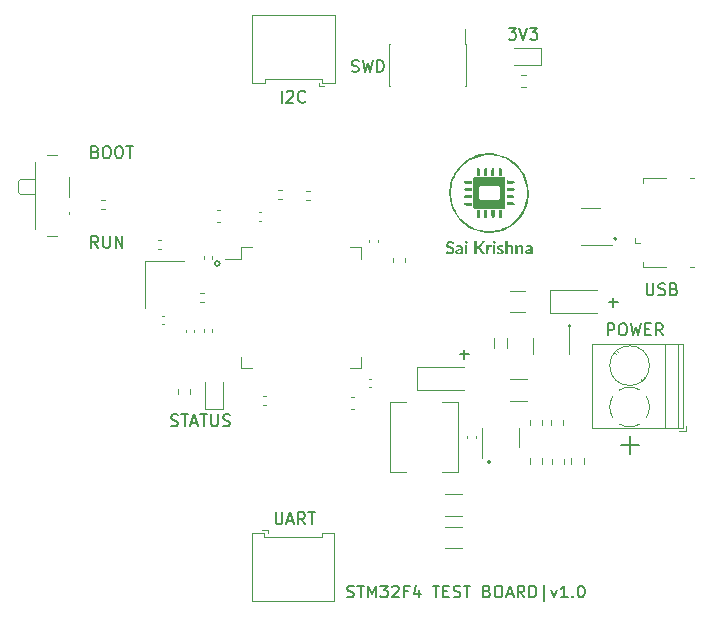
<source format=gbr>
%TF.GenerationSoftware,KiCad,Pcbnew,7.0.2*%
%TF.CreationDate,2023-06-03T12:41:16+05:30*%
%TF.ProjectId,STM32F4 based PCB,53544d33-3246-4342-9062-617365642050,rev?*%
%TF.SameCoordinates,Original*%
%TF.FileFunction,Legend,Top*%
%TF.FilePolarity,Positive*%
%FSLAX46Y46*%
G04 Gerber Fmt 4.6, Leading zero omitted, Abs format (unit mm)*
G04 Created by KiCad (PCBNEW 7.0.2) date 2023-06-03 12:41:16*
%MOMM*%
%LPD*%
G01*
G04 APERTURE LIST*
%ADD10C,0.150000*%
%ADD11C,0.120000*%
G04 APERTURE END LIST*
D10*
X114790476Y-100630000D02*
X114933333Y-100677619D01*
X114933333Y-100677619D02*
X115171428Y-100677619D01*
X115171428Y-100677619D02*
X115266666Y-100630000D01*
X115266666Y-100630000D02*
X115314285Y-100582380D01*
X115314285Y-100582380D02*
X115361904Y-100487142D01*
X115361904Y-100487142D02*
X115361904Y-100391904D01*
X115361904Y-100391904D02*
X115314285Y-100296666D01*
X115314285Y-100296666D02*
X115266666Y-100249047D01*
X115266666Y-100249047D02*
X115171428Y-100201428D01*
X115171428Y-100201428D02*
X114980952Y-100153809D01*
X114980952Y-100153809D02*
X114885714Y-100106190D01*
X114885714Y-100106190D02*
X114838095Y-100058571D01*
X114838095Y-100058571D02*
X114790476Y-99963333D01*
X114790476Y-99963333D02*
X114790476Y-99868095D01*
X114790476Y-99868095D02*
X114838095Y-99772857D01*
X114838095Y-99772857D02*
X114885714Y-99725238D01*
X114885714Y-99725238D02*
X114980952Y-99677619D01*
X114980952Y-99677619D02*
X115219047Y-99677619D01*
X115219047Y-99677619D02*
X115361904Y-99725238D01*
X115647619Y-99677619D02*
X116219047Y-99677619D01*
X115933333Y-100677619D02*
X115933333Y-99677619D01*
X116552381Y-100677619D02*
X116552381Y-99677619D01*
X116552381Y-99677619D02*
X116885714Y-100391904D01*
X116885714Y-100391904D02*
X117219047Y-99677619D01*
X117219047Y-99677619D02*
X117219047Y-100677619D01*
X117600000Y-99677619D02*
X118219047Y-99677619D01*
X118219047Y-99677619D02*
X117885714Y-100058571D01*
X117885714Y-100058571D02*
X118028571Y-100058571D01*
X118028571Y-100058571D02*
X118123809Y-100106190D01*
X118123809Y-100106190D02*
X118171428Y-100153809D01*
X118171428Y-100153809D02*
X118219047Y-100249047D01*
X118219047Y-100249047D02*
X118219047Y-100487142D01*
X118219047Y-100487142D02*
X118171428Y-100582380D01*
X118171428Y-100582380D02*
X118123809Y-100630000D01*
X118123809Y-100630000D02*
X118028571Y-100677619D01*
X118028571Y-100677619D02*
X117742857Y-100677619D01*
X117742857Y-100677619D02*
X117647619Y-100630000D01*
X117647619Y-100630000D02*
X117600000Y-100582380D01*
X118600000Y-99772857D02*
X118647619Y-99725238D01*
X118647619Y-99725238D02*
X118742857Y-99677619D01*
X118742857Y-99677619D02*
X118980952Y-99677619D01*
X118980952Y-99677619D02*
X119076190Y-99725238D01*
X119076190Y-99725238D02*
X119123809Y-99772857D01*
X119123809Y-99772857D02*
X119171428Y-99868095D01*
X119171428Y-99868095D02*
X119171428Y-99963333D01*
X119171428Y-99963333D02*
X119123809Y-100106190D01*
X119123809Y-100106190D02*
X118552381Y-100677619D01*
X118552381Y-100677619D02*
X119171428Y-100677619D01*
X119933333Y-100153809D02*
X119600000Y-100153809D01*
X119600000Y-100677619D02*
X119600000Y-99677619D01*
X119600000Y-99677619D02*
X120076190Y-99677619D01*
X120885714Y-100010952D02*
X120885714Y-100677619D01*
X120647619Y-99630000D02*
X120409524Y-100344285D01*
X120409524Y-100344285D02*
X121028571Y-100344285D01*
X122028572Y-99677619D02*
X122600000Y-99677619D01*
X122314286Y-100677619D02*
X122314286Y-99677619D01*
X122933334Y-100153809D02*
X123266667Y-100153809D01*
X123409524Y-100677619D02*
X122933334Y-100677619D01*
X122933334Y-100677619D02*
X122933334Y-99677619D01*
X122933334Y-99677619D02*
X123409524Y-99677619D01*
X123790477Y-100630000D02*
X123933334Y-100677619D01*
X123933334Y-100677619D02*
X124171429Y-100677619D01*
X124171429Y-100677619D02*
X124266667Y-100630000D01*
X124266667Y-100630000D02*
X124314286Y-100582380D01*
X124314286Y-100582380D02*
X124361905Y-100487142D01*
X124361905Y-100487142D02*
X124361905Y-100391904D01*
X124361905Y-100391904D02*
X124314286Y-100296666D01*
X124314286Y-100296666D02*
X124266667Y-100249047D01*
X124266667Y-100249047D02*
X124171429Y-100201428D01*
X124171429Y-100201428D02*
X123980953Y-100153809D01*
X123980953Y-100153809D02*
X123885715Y-100106190D01*
X123885715Y-100106190D02*
X123838096Y-100058571D01*
X123838096Y-100058571D02*
X123790477Y-99963333D01*
X123790477Y-99963333D02*
X123790477Y-99868095D01*
X123790477Y-99868095D02*
X123838096Y-99772857D01*
X123838096Y-99772857D02*
X123885715Y-99725238D01*
X123885715Y-99725238D02*
X123980953Y-99677619D01*
X123980953Y-99677619D02*
X124219048Y-99677619D01*
X124219048Y-99677619D02*
X124361905Y-99725238D01*
X124647620Y-99677619D02*
X125219048Y-99677619D01*
X124933334Y-100677619D02*
X124933334Y-99677619D01*
X126647620Y-100153809D02*
X126790477Y-100201428D01*
X126790477Y-100201428D02*
X126838096Y-100249047D01*
X126838096Y-100249047D02*
X126885715Y-100344285D01*
X126885715Y-100344285D02*
X126885715Y-100487142D01*
X126885715Y-100487142D02*
X126838096Y-100582380D01*
X126838096Y-100582380D02*
X126790477Y-100630000D01*
X126790477Y-100630000D02*
X126695239Y-100677619D01*
X126695239Y-100677619D02*
X126314287Y-100677619D01*
X126314287Y-100677619D02*
X126314287Y-99677619D01*
X126314287Y-99677619D02*
X126647620Y-99677619D01*
X126647620Y-99677619D02*
X126742858Y-99725238D01*
X126742858Y-99725238D02*
X126790477Y-99772857D01*
X126790477Y-99772857D02*
X126838096Y-99868095D01*
X126838096Y-99868095D02*
X126838096Y-99963333D01*
X126838096Y-99963333D02*
X126790477Y-100058571D01*
X126790477Y-100058571D02*
X126742858Y-100106190D01*
X126742858Y-100106190D02*
X126647620Y-100153809D01*
X126647620Y-100153809D02*
X126314287Y-100153809D01*
X127504763Y-99677619D02*
X127695239Y-99677619D01*
X127695239Y-99677619D02*
X127790477Y-99725238D01*
X127790477Y-99725238D02*
X127885715Y-99820476D01*
X127885715Y-99820476D02*
X127933334Y-100010952D01*
X127933334Y-100010952D02*
X127933334Y-100344285D01*
X127933334Y-100344285D02*
X127885715Y-100534761D01*
X127885715Y-100534761D02*
X127790477Y-100630000D01*
X127790477Y-100630000D02*
X127695239Y-100677619D01*
X127695239Y-100677619D02*
X127504763Y-100677619D01*
X127504763Y-100677619D02*
X127409525Y-100630000D01*
X127409525Y-100630000D02*
X127314287Y-100534761D01*
X127314287Y-100534761D02*
X127266668Y-100344285D01*
X127266668Y-100344285D02*
X127266668Y-100010952D01*
X127266668Y-100010952D02*
X127314287Y-99820476D01*
X127314287Y-99820476D02*
X127409525Y-99725238D01*
X127409525Y-99725238D02*
X127504763Y-99677619D01*
X128314287Y-100391904D02*
X128790477Y-100391904D01*
X128219049Y-100677619D02*
X128552382Y-99677619D01*
X128552382Y-99677619D02*
X128885715Y-100677619D01*
X129790477Y-100677619D02*
X129457144Y-100201428D01*
X129219049Y-100677619D02*
X129219049Y-99677619D01*
X129219049Y-99677619D02*
X129600001Y-99677619D01*
X129600001Y-99677619D02*
X129695239Y-99725238D01*
X129695239Y-99725238D02*
X129742858Y-99772857D01*
X129742858Y-99772857D02*
X129790477Y-99868095D01*
X129790477Y-99868095D02*
X129790477Y-100010952D01*
X129790477Y-100010952D02*
X129742858Y-100106190D01*
X129742858Y-100106190D02*
X129695239Y-100153809D01*
X129695239Y-100153809D02*
X129600001Y-100201428D01*
X129600001Y-100201428D02*
X129219049Y-100201428D01*
X130219049Y-100677619D02*
X130219049Y-99677619D01*
X130219049Y-99677619D02*
X130457144Y-99677619D01*
X130457144Y-99677619D02*
X130600001Y-99725238D01*
X130600001Y-99725238D02*
X130695239Y-99820476D01*
X130695239Y-99820476D02*
X130742858Y-99915714D01*
X130742858Y-99915714D02*
X130790477Y-100106190D01*
X130790477Y-100106190D02*
X130790477Y-100249047D01*
X130790477Y-100249047D02*
X130742858Y-100439523D01*
X130742858Y-100439523D02*
X130695239Y-100534761D01*
X130695239Y-100534761D02*
X130600001Y-100630000D01*
X130600001Y-100630000D02*
X130457144Y-100677619D01*
X130457144Y-100677619D02*
X130219049Y-100677619D01*
X131457144Y-101010952D02*
X131457144Y-99582380D01*
X132076192Y-100010952D02*
X132314287Y-100677619D01*
X132314287Y-100677619D02*
X132552382Y-100010952D01*
X133457144Y-100677619D02*
X132885716Y-100677619D01*
X133171430Y-100677619D02*
X133171430Y-99677619D01*
X133171430Y-99677619D02*
X133076192Y-99820476D01*
X133076192Y-99820476D02*
X132980954Y-99915714D01*
X132980954Y-99915714D02*
X132885716Y-99963333D01*
X133885716Y-100582380D02*
X133933335Y-100630000D01*
X133933335Y-100630000D02*
X133885716Y-100677619D01*
X133885716Y-100677619D02*
X133838097Y-100630000D01*
X133838097Y-100630000D02*
X133885716Y-100582380D01*
X133885716Y-100582380D02*
X133885716Y-100677619D01*
X134552382Y-99677619D02*
X134647620Y-99677619D01*
X134647620Y-99677619D02*
X134742858Y-99725238D01*
X134742858Y-99725238D02*
X134790477Y-99772857D01*
X134790477Y-99772857D02*
X134838096Y-99868095D01*
X134838096Y-99868095D02*
X134885715Y-100058571D01*
X134885715Y-100058571D02*
X134885715Y-100296666D01*
X134885715Y-100296666D02*
X134838096Y-100487142D01*
X134838096Y-100487142D02*
X134790477Y-100582380D01*
X134790477Y-100582380D02*
X134742858Y-100630000D01*
X134742858Y-100630000D02*
X134647620Y-100677619D01*
X134647620Y-100677619D02*
X134552382Y-100677619D01*
X134552382Y-100677619D02*
X134457144Y-100630000D01*
X134457144Y-100630000D02*
X134409525Y-100582380D01*
X134409525Y-100582380D02*
X134361906Y-100487142D01*
X134361906Y-100487142D02*
X134314287Y-100296666D01*
X134314287Y-100296666D02*
X134314287Y-100058571D01*
X134314287Y-100058571D02*
X134361906Y-99868095D01*
X134361906Y-99868095D02*
X134409525Y-99772857D01*
X134409525Y-99772857D02*
X134457144Y-99725238D01*
X134457144Y-99725238D02*
X134552382Y-99677619D01*
X93709523Y-71077619D02*
X93376190Y-70601428D01*
X93138095Y-71077619D02*
X93138095Y-70077619D01*
X93138095Y-70077619D02*
X93519047Y-70077619D01*
X93519047Y-70077619D02*
X93614285Y-70125238D01*
X93614285Y-70125238D02*
X93661904Y-70172857D01*
X93661904Y-70172857D02*
X93709523Y-70268095D01*
X93709523Y-70268095D02*
X93709523Y-70410952D01*
X93709523Y-70410952D02*
X93661904Y-70506190D01*
X93661904Y-70506190D02*
X93614285Y-70553809D01*
X93614285Y-70553809D02*
X93519047Y-70601428D01*
X93519047Y-70601428D02*
X93138095Y-70601428D01*
X94138095Y-70077619D02*
X94138095Y-70887142D01*
X94138095Y-70887142D02*
X94185714Y-70982380D01*
X94185714Y-70982380D02*
X94233333Y-71030000D01*
X94233333Y-71030000D02*
X94328571Y-71077619D01*
X94328571Y-71077619D02*
X94519047Y-71077619D01*
X94519047Y-71077619D02*
X94614285Y-71030000D01*
X94614285Y-71030000D02*
X94661904Y-70982380D01*
X94661904Y-70982380D02*
X94709523Y-70887142D01*
X94709523Y-70887142D02*
X94709523Y-70077619D01*
X95185714Y-71077619D02*
X95185714Y-70077619D01*
X95185714Y-70077619D02*
X95757142Y-71077619D01*
X95757142Y-71077619D02*
X95757142Y-70077619D01*
X137976190Y-87793333D02*
X139500000Y-87793333D01*
X138738095Y-88555238D02*
X138738095Y-87031428D01*
X124338095Y-80096666D02*
X125100000Y-80096666D01*
X124719047Y-80477619D02*
X124719047Y-79715714D01*
X136938095Y-75696666D02*
X137700000Y-75696666D01*
X137319047Y-76077619D02*
X137319047Y-75315714D01*
X137600000Y-70300000D02*
G75*
G03*
X137600000Y-70300000I-100000J0D01*
G01*
X133710000Y-77700000D02*
G75*
G03*
X133710000Y-77700000I-100000J0D01*
G01*
X126900000Y-89200000D02*
G75*
G03*
X126900000Y-89200000I-100000J0D01*
G01*
X104000000Y-72400000D02*
G75*
G03*
X104000000Y-72400000I-200000J0D01*
G01*
X115190476Y-56130000D02*
X115333333Y-56177619D01*
X115333333Y-56177619D02*
X115571428Y-56177619D01*
X115571428Y-56177619D02*
X115666666Y-56130000D01*
X115666666Y-56130000D02*
X115714285Y-56082380D01*
X115714285Y-56082380D02*
X115761904Y-55987142D01*
X115761904Y-55987142D02*
X115761904Y-55891904D01*
X115761904Y-55891904D02*
X115714285Y-55796666D01*
X115714285Y-55796666D02*
X115666666Y-55749047D01*
X115666666Y-55749047D02*
X115571428Y-55701428D01*
X115571428Y-55701428D02*
X115380952Y-55653809D01*
X115380952Y-55653809D02*
X115285714Y-55606190D01*
X115285714Y-55606190D02*
X115238095Y-55558571D01*
X115238095Y-55558571D02*
X115190476Y-55463333D01*
X115190476Y-55463333D02*
X115190476Y-55368095D01*
X115190476Y-55368095D02*
X115238095Y-55272857D01*
X115238095Y-55272857D02*
X115285714Y-55225238D01*
X115285714Y-55225238D02*
X115380952Y-55177619D01*
X115380952Y-55177619D02*
X115619047Y-55177619D01*
X115619047Y-55177619D02*
X115761904Y-55225238D01*
X116095238Y-55177619D02*
X116333333Y-56177619D01*
X116333333Y-56177619D02*
X116523809Y-55463333D01*
X116523809Y-55463333D02*
X116714285Y-56177619D01*
X116714285Y-56177619D02*
X116952381Y-55177619D01*
X117333333Y-56177619D02*
X117333333Y-55177619D01*
X117333333Y-55177619D02*
X117571428Y-55177619D01*
X117571428Y-55177619D02*
X117714285Y-55225238D01*
X117714285Y-55225238D02*
X117809523Y-55320476D01*
X117809523Y-55320476D02*
X117857142Y-55415714D01*
X117857142Y-55415714D02*
X117904761Y-55606190D01*
X117904761Y-55606190D02*
X117904761Y-55749047D01*
X117904761Y-55749047D02*
X117857142Y-55939523D01*
X117857142Y-55939523D02*
X117809523Y-56034761D01*
X117809523Y-56034761D02*
X117714285Y-56130000D01*
X117714285Y-56130000D02*
X117571428Y-56177619D01*
X117571428Y-56177619D02*
X117333333Y-56177619D01*
X128455357Y-52446369D02*
X129074404Y-52446369D01*
X129074404Y-52446369D02*
X128741071Y-52827321D01*
X128741071Y-52827321D02*
X128883928Y-52827321D01*
X128883928Y-52827321D02*
X128979166Y-52874940D01*
X128979166Y-52874940D02*
X129026785Y-52922559D01*
X129026785Y-52922559D02*
X129074404Y-53017797D01*
X129074404Y-53017797D02*
X129074404Y-53255892D01*
X129074404Y-53255892D02*
X129026785Y-53351130D01*
X129026785Y-53351130D02*
X128979166Y-53398750D01*
X128979166Y-53398750D02*
X128883928Y-53446369D01*
X128883928Y-53446369D02*
X128598214Y-53446369D01*
X128598214Y-53446369D02*
X128502976Y-53398750D01*
X128502976Y-53398750D02*
X128455357Y-53351130D01*
X129360119Y-52446369D02*
X129693452Y-53446369D01*
X129693452Y-53446369D02*
X130026785Y-52446369D01*
X130264881Y-52446369D02*
X130883928Y-52446369D01*
X130883928Y-52446369D02*
X130550595Y-52827321D01*
X130550595Y-52827321D02*
X130693452Y-52827321D01*
X130693452Y-52827321D02*
X130788690Y-52874940D01*
X130788690Y-52874940D02*
X130836309Y-52922559D01*
X130836309Y-52922559D02*
X130883928Y-53017797D01*
X130883928Y-53017797D02*
X130883928Y-53255892D01*
X130883928Y-53255892D02*
X130836309Y-53351130D01*
X130836309Y-53351130D02*
X130788690Y-53398750D01*
X130788690Y-53398750D02*
X130693452Y-53446369D01*
X130693452Y-53446369D02*
X130407738Y-53446369D01*
X130407738Y-53446369D02*
X130312500Y-53398750D01*
X130312500Y-53398750D02*
X130264881Y-53351130D01*
X99890476Y-86130000D02*
X100033333Y-86177619D01*
X100033333Y-86177619D02*
X100271428Y-86177619D01*
X100271428Y-86177619D02*
X100366666Y-86130000D01*
X100366666Y-86130000D02*
X100414285Y-86082380D01*
X100414285Y-86082380D02*
X100461904Y-85987142D01*
X100461904Y-85987142D02*
X100461904Y-85891904D01*
X100461904Y-85891904D02*
X100414285Y-85796666D01*
X100414285Y-85796666D02*
X100366666Y-85749047D01*
X100366666Y-85749047D02*
X100271428Y-85701428D01*
X100271428Y-85701428D02*
X100080952Y-85653809D01*
X100080952Y-85653809D02*
X99985714Y-85606190D01*
X99985714Y-85606190D02*
X99938095Y-85558571D01*
X99938095Y-85558571D02*
X99890476Y-85463333D01*
X99890476Y-85463333D02*
X99890476Y-85368095D01*
X99890476Y-85368095D02*
X99938095Y-85272857D01*
X99938095Y-85272857D02*
X99985714Y-85225238D01*
X99985714Y-85225238D02*
X100080952Y-85177619D01*
X100080952Y-85177619D02*
X100319047Y-85177619D01*
X100319047Y-85177619D02*
X100461904Y-85225238D01*
X100747619Y-85177619D02*
X101319047Y-85177619D01*
X101033333Y-86177619D02*
X101033333Y-85177619D01*
X101604762Y-85891904D02*
X102080952Y-85891904D01*
X101509524Y-86177619D02*
X101842857Y-85177619D01*
X101842857Y-85177619D02*
X102176190Y-86177619D01*
X102366667Y-85177619D02*
X102938095Y-85177619D01*
X102652381Y-86177619D02*
X102652381Y-85177619D01*
X103271429Y-85177619D02*
X103271429Y-85987142D01*
X103271429Y-85987142D02*
X103319048Y-86082380D01*
X103319048Y-86082380D02*
X103366667Y-86130000D01*
X103366667Y-86130000D02*
X103461905Y-86177619D01*
X103461905Y-86177619D02*
X103652381Y-86177619D01*
X103652381Y-86177619D02*
X103747619Y-86130000D01*
X103747619Y-86130000D02*
X103795238Y-86082380D01*
X103795238Y-86082380D02*
X103842857Y-85987142D01*
X103842857Y-85987142D02*
X103842857Y-85177619D01*
X104271429Y-86130000D02*
X104414286Y-86177619D01*
X104414286Y-86177619D02*
X104652381Y-86177619D01*
X104652381Y-86177619D02*
X104747619Y-86130000D01*
X104747619Y-86130000D02*
X104795238Y-86082380D01*
X104795238Y-86082380D02*
X104842857Y-85987142D01*
X104842857Y-85987142D02*
X104842857Y-85891904D01*
X104842857Y-85891904D02*
X104795238Y-85796666D01*
X104795238Y-85796666D02*
X104747619Y-85749047D01*
X104747619Y-85749047D02*
X104652381Y-85701428D01*
X104652381Y-85701428D02*
X104461905Y-85653809D01*
X104461905Y-85653809D02*
X104366667Y-85606190D01*
X104366667Y-85606190D02*
X104319048Y-85558571D01*
X104319048Y-85558571D02*
X104271429Y-85463333D01*
X104271429Y-85463333D02*
X104271429Y-85368095D01*
X104271429Y-85368095D02*
X104319048Y-85272857D01*
X104319048Y-85272857D02*
X104366667Y-85225238D01*
X104366667Y-85225238D02*
X104461905Y-85177619D01*
X104461905Y-85177619D02*
X104700000Y-85177619D01*
X104700000Y-85177619D02*
X104842857Y-85225238D01*
X93471428Y-62953809D02*
X93614285Y-63001428D01*
X93614285Y-63001428D02*
X93661904Y-63049047D01*
X93661904Y-63049047D02*
X93709523Y-63144285D01*
X93709523Y-63144285D02*
X93709523Y-63287142D01*
X93709523Y-63287142D02*
X93661904Y-63382380D01*
X93661904Y-63382380D02*
X93614285Y-63430000D01*
X93614285Y-63430000D02*
X93519047Y-63477619D01*
X93519047Y-63477619D02*
X93138095Y-63477619D01*
X93138095Y-63477619D02*
X93138095Y-62477619D01*
X93138095Y-62477619D02*
X93471428Y-62477619D01*
X93471428Y-62477619D02*
X93566666Y-62525238D01*
X93566666Y-62525238D02*
X93614285Y-62572857D01*
X93614285Y-62572857D02*
X93661904Y-62668095D01*
X93661904Y-62668095D02*
X93661904Y-62763333D01*
X93661904Y-62763333D02*
X93614285Y-62858571D01*
X93614285Y-62858571D02*
X93566666Y-62906190D01*
X93566666Y-62906190D02*
X93471428Y-62953809D01*
X93471428Y-62953809D02*
X93138095Y-62953809D01*
X94328571Y-62477619D02*
X94519047Y-62477619D01*
X94519047Y-62477619D02*
X94614285Y-62525238D01*
X94614285Y-62525238D02*
X94709523Y-62620476D01*
X94709523Y-62620476D02*
X94757142Y-62810952D01*
X94757142Y-62810952D02*
X94757142Y-63144285D01*
X94757142Y-63144285D02*
X94709523Y-63334761D01*
X94709523Y-63334761D02*
X94614285Y-63430000D01*
X94614285Y-63430000D02*
X94519047Y-63477619D01*
X94519047Y-63477619D02*
X94328571Y-63477619D01*
X94328571Y-63477619D02*
X94233333Y-63430000D01*
X94233333Y-63430000D02*
X94138095Y-63334761D01*
X94138095Y-63334761D02*
X94090476Y-63144285D01*
X94090476Y-63144285D02*
X94090476Y-62810952D01*
X94090476Y-62810952D02*
X94138095Y-62620476D01*
X94138095Y-62620476D02*
X94233333Y-62525238D01*
X94233333Y-62525238D02*
X94328571Y-62477619D01*
X95376190Y-62477619D02*
X95566666Y-62477619D01*
X95566666Y-62477619D02*
X95661904Y-62525238D01*
X95661904Y-62525238D02*
X95757142Y-62620476D01*
X95757142Y-62620476D02*
X95804761Y-62810952D01*
X95804761Y-62810952D02*
X95804761Y-63144285D01*
X95804761Y-63144285D02*
X95757142Y-63334761D01*
X95757142Y-63334761D02*
X95661904Y-63430000D01*
X95661904Y-63430000D02*
X95566666Y-63477619D01*
X95566666Y-63477619D02*
X95376190Y-63477619D01*
X95376190Y-63477619D02*
X95280952Y-63430000D01*
X95280952Y-63430000D02*
X95185714Y-63334761D01*
X95185714Y-63334761D02*
X95138095Y-63144285D01*
X95138095Y-63144285D02*
X95138095Y-62810952D01*
X95138095Y-62810952D02*
X95185714Y-62620476D01*
X95185714Y-62620476D02*
X95280952Y-62525238D01*
X95280952Y-62525238D02*
X95376190Y-62477619D01*
X96090476Y-62477619D02*
X96661904Y-62477619D01*
X96376190Y-63477619D02*
X96376190Y-62477619D01*
X136838095Y-78477619D02*
X136838095Y-77477619D01*
X136838095Y-77477619D02*
X137219047Y-77477619D01*
X137219047Y-77477619D02*
X137314285Y-77525238D01*
X137314285Y-77525238D02*
X137361904Y-77572857D01*
X137361904Y-77572857D02*
X137409523Y-77668095D01*
X137409523Y-77668095D02*
X137409523Y-77810952D01*
X137409523Y-77810952D02*
X137361904Y-77906190D01*
X137361904Y-77906190D02*
X137314285Y-77953809D01*
X137314285Y-77953809D02*
X137219047Y-78001428D01*
X137219047Y-78001428D02*
X136838095Y-78001428D01*
X138028571Y-77477619D02*
X138219047Y-77477619D01*
X138219047Y-77477619D02*
X138314285Y-77525238D01*
X138314285Y-77525238D02*
X138409523Y-77620476D01*
X138409523Y-77620476D02*
X138457142Y-77810952D01*
X138457142Y-77810952D02*
X138457142Y-78144285D01*
X138457142Y-78144285D02*
X138409523Y-78334761D01*
X138409523Y-78334761D02*
X138314285Y-78430000D01*
X138314285Y-78430000D02*
X138219047Y-78477619D01*
X138219047Y-78477619D02*
X138028571Y-78477619D01*
X138028571Y-78477619D02*
X137933333Y-78430000D01*
X137933333Y-78430000D02*
X137838095Y-78334761D01*
X137838095Y-78334761D02*
X137790476Y-78144285D01*
X137790476Y-78144285D02*
X137790476Y-77810952D01*
X137790476Y-77810952D02*
X137838095Y-77620476D01*
X137838095Y-77620476D02*
X137933333Y-77525238D01*
X137933333Y-77525238D02*
X138028571Y-77477619D01*
X138790476Y-77477619D02*
X139028571Y-78477619D01*
X139028571Y-78477619D02*
X139219047Y-77763333D01*
X139219047Y-77763333D02*
X139409523Y-78477619D01*
X139409523Y-78477619D02*
X139647619Y-77477619D01*
X140028571Y-77953809D02*
X140361904Y-77953809D01*
X140504761Y-78477619D02*
X140028571Y-78477619D01*
X140028571Y-78477619D02*
X140028571Y-77477619D01*
X140028571Y-77477619D02*
X140504761Y-77477619D01*
X141504761Y-78477619D02*
X141171428Y-78001428D01*
X140933333Y-78477619D02*
X140933333Y-77477619D01*
X140933333Y-77477619D02*
X141314285Y-77477619D01*
X141314285Y-77477619D02*
X141409523Y-77525238D01*
X141409523Y-77525238D02*
X141457142Y-77572857D01*
X141457142Y-77572857D02*
X141504761Y-77668095D01*
X141504761Y-77668095D02*
X141504761Y-77810952D01*
X141504761Y-77810952D02*
X141457142Y-77906190D01*
X141457142Y-77906190D02*
X141409523Y-77953809D01*
X141409523Y-77953809D02*
X141314285Y-78001428D01*
X141314285Y-78001428D02*
X140933333Y-78001428D01*
X140138095Y-74077619D02*
X140138095Y-74887142D01*
X140138095Y-74887142D02*
X140185714Y-74982380D01*
X140185714Y-74982380D02*
X140233333Y-75030000D01*
X140233333Y-75030000D02*
X140328571Y-75077619D01*
X140328571Y-75077619D02*
X140519047Y-75077619D01*
X140519047Y-75077619D02*
X140614285Y-75030000D01*
X140614285Y-75030000D02*
X140661904Y-74982380D01*
X140661904Y-74982380D02*
X140709523Y-74887142D01*
X140709523Y-74887142D02*
X140709523Y-74077619D01*
X141138095Y-75030000D02*
X141280952Y-75077619D01*
X141280952Y-75077619D02*
X141519047Y-75077619D01*
X141519047Y-75077619D02*
X141614285Y-75030000D01*
X141614285Y-75030000D02*
X141661904Y-74982380D01*
X141661904Y-74982380D02*
X141709523Y-74887142D01*
X141709523Y-74887142D02*
X141709523Y-74791904D01*
X141709523Y-74791904D02*
X141661904Y-74696666D01*
X141661904Y-74696666D02*
X141614285Y-74649047D01*
X141614285Y-74649047D02*
X141519047Y-74601428D01*
X141519047Y-74601428D02*
X141328571Y-74553809D01*
X141328571Y-74553809D02*
X141233333Y-74506190D01*
X141233333Y-74506190D02*
X141185714Y-74458571D01*
X141185714Y-74458571D02*
X141138095Y-74363333D01*
X141138095Y-74363333D02*
X141138095Y-74268095D01*
X141138095Y-74268095D02*
X141185714Y-74172857D01*
X141185714Y-74172857D02*
X141233333Y-74125238D01*
X141233333Y-74125238D02*
X141328571Y-74077619D01*
X141328571Y-74077619D02*
X141566666Y-74077619D01*
X141566666Y-74077619D02*
X141709523Y-74125238D01*
X142471428Y-74553809D02*
X142614285Y-74601428D01*
X142614285Y-74601428D02*
X142661904Y-74649047D01*
X142661904Y-74649047D02*
X142709523Y-74744285D01*
X142709523Y-74744285D02*
X142709523Y-74887142D01*
X142709523Y-74887142D02*
X142661904Y-74982380D01*
X142661904Y-74982380D02*
X142614285Y-75030000D01*
X142614285Y-75030000D02*
X142519047Y-75077619D01*
X142519047Y-75077619D02*
X142138095Y-75077619D01*
X142138095Y-75077619D02*
X142138095Y-74077619D01*
X142138095Y-74077619D02*
X142471428Y-74077619D01*
X142471428Y-74077619D02*
X142566666Y-74125238D01*
X142566666Y-74125238D02*
X142614285Y-74172857D01*
X142614285Y-74172857D02*
X142661904Y-74268095D01*
X142661904Y-74268095D02*
X142661904Y-74363333D01*
X142661904Y-74363333D02*
X142614285Y-74458571D01*
X142614285Y-74458571D02*
X142566666Y-74506190D01*
X142566666Y-74506190D02*
X142471428Y-74553809D01*
X142471428Y-74553809D02*
X142138095Y-74553809D01*
X108738095Y-93477619D02*
X108738095Y-94287142D01*
X108738095Y-94287142D02*
X108785714Y-94382380D01*
X108785714Y-94382380D02*
X108833333Y-94430000D01*
X108833333Y-94430000D02*
X108928571Y-94477619D01*
X108928571Y-94477619D02*
X109119047Y-94477619D01*
X109119047Y-94477619D02*
X109214285Y-94430000D01*
X109214285Y-94430000D02*
X109261904Y-94382380D01*
X109261904Y-94382380D02*
X109309523Y-94287142D01*
X109309523Y-94287142D02*
X109309523Y-93477619D01*
X109738095Y-94191904D02*
X110214285Y-94191904D01*
X109642857Y-94477619D02*
X109976190Y-93477619D01*
X109976190Y-93477619D02*
X110309523Y-94477619D01*
X111214285Y-94477619D02*
X110880952Y-94001428D01*
X110642857Y-94477619D02*
X110642857Y-93477619D01*
X110642857Y-93477619D02*
X111023809Y-93477619D01*
X111023809Y-93477619D02*
X111119047Y-93525238D01*
X111119047Y-93525238D02*
X111166666Y-93572857D01*
X111166666Y-93572857D02*
X111214285Y-93668095D01*
X111214285Y-93668095D02*
X111214285Y-93810952D01*
X111214285Y-93810952D02*
X111166666Y-93906190D01*
X111166666Y-93906190D02*
X111119047Y-93953809D01*
X111119047Y-93953809D02*
X111023809Y-94001428D01*
X111023809Y-94001428D02*
X110642857Y-94001428D01*
X111500000Y-93477619D02*
X112071428Y-93477619D01*
X111785714Y-94477619D02*
X111785714Y-93477619D01*
X109238095Y-58777619D02*
X109238095Y-57777619D01*
X109666666Y-57872857D02*
X109714285Y-57825238D01*
X109714285Y-57825238D02*
X109809523Y-57777619D01*
X109809523Y-57777619D02*
X110047618Y-57777619D01*
X110047618Y-57777619D02*
X110142856Y-57825238D01*
X110142856Y-57825238D02*
X110190475Y-57872857D01*
X110190475Y-57872857D02*
X110238094Y-57968095D01*
X110238094Y-57968095D02*
X110238094Y-58063333D01*
X110238094Y-58063333D02*
X110190475Y-58206190D01*
X110190475Y-58206190D02*
X109619047Y-58777619D01*
X109619047Y-58777619D02*
X110238094Y-58777619D01*
X111238094Y-58682380D02*
X111190475Y-58730000D01*
X111190475Y-58730000D02*
X111047618Y-58777619D01*
X111047618Y-58777619D02*
X110952380Y-58777619D01*
X110952380Y-58777619D02*
X110809523Y-58730000D01*
X110809523Y-58730000D02*
X110714285Y-58634761D01*
X110714285Y-58634761D02*
X110666666Y-58539523D01*
X110666666Y-58539523D02*
X110619047Y-58349047D01*
X110619047Y-58349047D02*
X110619047Y-58206190D01*
X110619047Y-58206190D02*
X110666666Y-58015714D01*
X110666666Y-58015714D02*
X110714285Y-57920476D01*
X110714285Y-57920476D02*
X110809523Y-57825238D01*
X110809523Y-57825238D02*
X110952380Y-57777619D01*
X110952380Y-57777619D02*
X111047618Y-57777619D01*
X111047618Y-57777619D02*
X111190475Y-57825238D01*
X111190475Y-57825238D02*
X111238094Y-57872857D01*
%TO.C,G\u002A\u002A\u002A*%
G36*
X127790745Y-64309142D02*
G01*
X127831204Y-64337486D01*
X127861772Y-64376388D01*
X127872041Y-64402158D01*
X127874821Y-64426552D01*
X127876890Y-64471486D01*
X127878163Y-64532496D01*
X127878555Y-64605117D01*
X127877980Y-64684884D01*
X127877738Y-64701502D01*
X127873637Y-64961005D01*
X127751581Y-64961005D01*
X127698607Y-64960200D01*
X127655398Y-64958035D01*
X127627813Y-64954884D01*
X127621189Y-64952667D01*
X127617684Y-64936925D01*
X127615163Y-64900774D01*
X127613579Y-64848797D01*
X127612884Y-64785578D01*
X127613033Y-64715699D01*
X127613979Y-64643744D01*
X127615675Y-64574294D01*
X127618076Y-64511933D01*
X127621135Y-64461243D01*
X127624805Y-64426809D01*
X127626606Y-64417972D01*
X127649173Y-64367319D01*
X127683152Y-64327122D01*
X127722984Y-64302843D01*
X127748497Y-64298178D01*
X127790745Y-64309142D01*
G37*
G36*
X127171968Y-64309537D02*
G01*
X127214683Y-64335226D01*
X127230215Y-64352221D01*
X127238682Y-64364886D01*
X127245102Y-64379362D01*
X127249757Y-64399081D01*
X127252928Y-64427473D01*
X127254899Y-64467967D01*
X127255950Y-64523993D01*
X127256364Y-64598983D01*
X127256426Y-64671128D01*
X127256426Y-64954752D01*
X127128238Y-64958316D01*
X127000049Y-64961880D01*
X127000324Y-64695686D01*
X127001108Y-64591531D01*
X127003640Y-64509314D01*
X127008546Y-64445987D01*
X127016457Y-64398502D01*
X127027999Y-64363811D01*
X127043802Y-64338864D01*
X127064493Y-64320615D01*
X127079472Y-64311634D01*
X127123964Y-64300883D01*
X127171968Y-64309537D01*
G37*
G36*
X126545478Y-64305054D02*
G01*
X126578339Y-64317106D01*
X126601502Y-64338337D01*
X126621976Y-64373215D01*
X126631442Y-64393127D01*
X126638469Y-64412652D01*
X126643359Y-64435661D01*
X126646416Y-64466025D01*
X126647944Y-64507614D01*
X126648246Y-64564301D01*
X126647626Y-64639954D01*
X126646988Y-64692122D01*
X126643624Y-64954752D01*
X126515212Y-64958318D01*
X126455197Y-64959337D01*
X126415806Y-64958087D01*
X126392715Y-64954086D01*
X126381597Y-64946851D01*
X126379633Y-64943205D01*
X126377634Y-64925382D01*
X126376282Y-64886703D01*
X126375623Y-64831319D01*
X126375702Y-64763380D01*
X126376563Y-64687034D01*
X126376730Y-64677009D01*
X126378488Y-64589918D01*
X126380612Y-64523887D01*
X126383492Y-64474964D01*
X126387516Y-64439196D01*
X126393074Y-64412631D01*
X126400554Y-64391317D01*
X126406007Y-64379644D01*
X126439647Y-64330501D01*
X126480278Y-64304892D01*
X126529612Y-64301899D01*
X126545478Y-64305054D01*
G37*
G36*
X125923640Y-64302296D02*
G01*
X125965930Y-64322871D01*
X126000971Y-64364228D01*
X126004690Y-64371049D01*
X126012269Y-64387032D01*
X126018033Y-64404165D01*
X126022195Y-64425868D01*
X126024968Y-64455558D01*
X126026566Y-64496656D01*
X126027201Y-64552580D01*
X126027087Y-64626751D01*
X126026455Y-64720261D01*
X126024569Y-64961005D01*
X125901592Y-64961005D01*
X125848412Y-64960206D01*
X125804984Y-64958055D01*
X125777142Y-64954924D01*
X125770278Y-64952667D01*
X125766984Y-64937194D01*
X125764550Y-64901271D01*
X125762940Y-64849446D01*
X125762124Y-64786268D01*
X125762066Y-64716282D01*
X125762736Y-64644037D01*
X125764098Y-64574080D01*
X125766122Y-64510958D01*
X125768773Y-64459218D01*
X125772019Y-64423409D01*
X125774200Y-64411593D01*
X125799383Y-64357151D01*
X125835757Y-64320247D01*
X125878713Y-64301692D01*
X125923640Y-64302296D01*
G37*
G36*
X128578952Y-65375813D02*
G01*
X128670600Y-65377560D01*
X128740863Y-65379692D01*
X128793371Y-65382523D01*
X128831751Y-65386362D01*
X128859630Y-65391521D01*
X128880638Y-65398311D01*
X128889873Y-65402503D01*
X128933387Y-65435329D01*
X128958024Y-65478101D01*
X128962056Y-65525305D01*
X128943755Y-65571432D01*
X128943122Y-65572345D01*
X128926663Y-65592203D01*
X128906376Y-65607543D01*
X128879032Y-65618928D01*
X128841397Y-65626922D01*
X128790241Y-65632089D01*
X128722332Y-65634992D01*
X128634438Y-65636196D01*
X128576227Y-65636337D01*
X128313196Y-65636337D01*
X128313196Y-65503948D01*
X128313196Y-65371558D01*
X128578952Y-65375813D01*
G37*
G36*
X125349237Y-65516875D02*
G01*
X125349237Y-65648843D01*
X125095987Y-65648294D01*
X124994271Y-65647411D01*
X124915190Y-65645162D01*
X124856399Y-65641410D01*
X124815551Y-65636020D01*
X124795012Y-65630724D01*
X124744604Y-65608439D01*
X124715062Y-65582342D01*
X124702287Y-65547012D01*
X124701475Y-65506962D01*
X124706633Y-65465489D01*
X124718807Y-65438925D01*
X124740445Y-65418746D01*
X124753219Y-65410267D01*
X124768123Y-65403760D01*
X124788563Y-65398904D01*
X124817945Y-65395384D01*
X124859677Y-65392880D01*
X124917164Y-65391075D01*
X124993813Y-65389651D01*
X125062478Y-65388687D01*
X125349237Y-65384907D01*
X125349237Y-65516875D01*
G37*
G36*
X128566445Y-65999085D02*
G01*
X128646745Y-65999736D01*
X128721338Y-66001507D01*
X128785538Y-66004196D01*
X128834664Y-66007602D01*
X128864031Y-66011521D01*
X128866024Y-66012022D01*
X128916341Y-66035822D01*
X128947740Y-66070822D01*
X128960628Y-66112339D01*
X128955410Y-66155694D01*
X128932493Y-66196203D01*
X128892281Y-66229186D01*
X128845597Y-66247610D01*
X128814230Y-66252286D01*
X128762684Y-66256254D01*
X128695786Y-66259286D01*
X128618365Y-66261149D01*
X128551528Y-66261645D01*
X128313196Y-66261645D01*
X128313196Y-66130330D01*
X128313196Y-65999016D01*
X128566445Y-65999085D01*
G37*
G36*
X125349237Y-66130330D02*
G01*
X125349237Y-66261645D01*
X125083481Y-66260852D01*
X125002569Y-66260042D01*
X124928567Y-66258233D01*
X124865699Y-66255614D01*
X124818188Y-66252373D01*
X124790259Y-66248698D01*
X124786467Y-66247595D01*
X124735569Y-66217488D01*
X124706704Y-66176064D01*
X124698917Y-66130330D01*
X124708961Y-66079024D01*
X124739910Y-66039903D01*
X124790401Y-66012355D01*
X124815102Y-66007853D01*
X124861441Y-66004118D01*
X124926050Y-66001300D01*
X125005562Y-65999551D01*
X125087422Y-65999016D01*
X125349237Y-65999016D01*
X125349237Y-66130330D01*
G37*
G36*
X128560192Y-66612365D02*
G01*
X128651729Y-66612983D01*
X128722285Y-66614569D01*
X128775883Y-66617407D01*
X128816546Y-66621783D01*
X128848297Y-66627980D01*
X128869429Y-66634250D01*
X128922680Y-66659796D01*
X128952957Y-66693167D01*
X128961649Y-66736526D01*
X128956641Y-66770047D01*
X128944481Y-66803090D01*
X128923018Y-66826344D01*
X128888955Y-66846308D01*
X128868793Y-66855780D01*
X128848485Y-66862854D01*
X128824127Y-66867877D01*
X128791813Y-66871199D01*
X128747636Y-66873167D01*
X128687692Y-66874128D01*
X128608073Y-66874431D01*
X128573175Y-66874446D01*
X128313196Y-66874446D01*
X128313196Y-66743132D01*
X128313196Y-66611817D01*
X128560192Y-66612365D01*
G37*
G36*
X125130379Y-66614263D02*
G01*
X125342984Y-66618070D01*
X125342984Y-66749385D01*
X125342984Y-66880699D01*
X125105367Y-66882619D01*
X125026907Y-66882613D01*
X124953594Y-66881430D01*
X124890466Y-66879241D01*
X124842565Y-66876216D01*
X124815911Y-66872763D01*
X124773709Y-66857437D01*
X124736196Y-66834768D01*
X124730811Y-66830162D01*
X124709928Y-66806562D01*
X124701288Y-66780713D01*
X124701281Y-66741614D01*
X124701360Y-66740384D01*
X124706464Y-66701189D01*
X124719028Y-66676266D01*
X124744599Y-66654947D01*
X124746446Y-66653698D01*
X124772900Y-66639104D01*
X124805355Y-66628115D01*
X124847181Y-66620387D01*
X124901746Y-66615573D01*
X124972422Y-66613327D01*
X125062577Y-66613303D01*
X125130379Y-66614263D01*
G37*
G36*
X128615505Y-67225412D02*
G01*
X128689552Y-67227610D01*
X128754184Y-67230938D01*
X128803751Y-67235122D01*
X128827876Y-67238707D01*
X128888032Y-67259797D01*
X128932014Y-67291846D01*
X128957675Y-67331466D01*
X128962872Y-67375272D01*
X128945457Y-67419877D01*
X128943997Y-67422006D01*
X128927997Y-67442250D01*
X128909685Y-67457843D01*
X128885745Y-67469384D01*
X128852866Y-67477470D01*
X128807731Y-67482701D01*
X128747029Y-67485674D01*
X128667444Y-67486988D01*
X128582699Y-67487248D01*
X128313196Y-67487248D01*
X128313196Y-67355933D01*
X128313196Y-67224619D01*
X128537691Y-67224619D01*
X128615505Y-67225412D01*
G37*
G36*
X125349237Y-67368439D02*
G01*
X125349237Y-67499754D01*
X125089734Y-67498767D01*
X125006568Y-67497829D01*
X124931260Y-67495799D01*
X124867984Y-67492876D01*
X124820913Y-67489258D01*
X124794222Y-67485142D01*
X124792713Y-67484669D01*
X124740397Y-67458115D01*
X124709848Y-67421363D01*
X124698998Y-67371805D01*
X124698917Y-67366259D01*
X124708598Y-67312487D01*
X124738435Y-67273039D01*
X124781521Y-67249132D01*
X124803141Y-67245556D01*
X124845566Y-67242404D01*
X124904589Y-67239845D01*
X124976005Y-67238047D01*
X125055606Y-67237179D01*
X125081169Y-67237125D01*
X125349237Y-67237125D01*
X125349237Y-67368439D01*
G37*
G36*
X127641282Y-65075207D02*
G01*
X127747779Y-65075733D01*
X127837923Y-65076677D01*
X127913155Y-65078106D01*
X127974919Y-65080089D01*
X128024659Y-65082690D01*
X128063816Y-65085979D01*
X128093834Y-65090021D01*
X128116156Y-65094884D01*
X128132225Y-65100634D01*
X128143484Y-65107339D01*
X128151376Y-65115066D01*
X128157345Y-65123881D01*
X128162832Y-65133853D01*
X128165878Y-65139347D01*
X128168662Y-65149009D01*
X128171163Y-65168574D01*
X128173399Y-65199309D01*
X128175392Y-65242483D01*
X128177161Y-65299365D01*
X128178727Y-65371223D01*
X128180110Y-65459326D01*
X128181330Y-65564942D01*
X128182407Y-65689339D01*
X128183361Y-65833786D01*
X128184214Y-65999552D01*
X128184983Y-66187905D01*
X128185631Y-66380453D01*
X128186083Y-66553733D01*
X128186358Y-66720749D01*
X128186461Y-66879696D01*
X128186398Y-67028768D01*
X128186175Y-67166160D01*
X128185798Y-67290067D01*
X128185274Y-67398683D01*
X128184608Y-67490204D01*
X128183806Y-67562824D01*
X128182875Y-67614737D01*
X128181820Y-67644139D01*
X128181382Y-67649074D01*
X128164690Y-67703103D01*
X128131985Y-67745997D01*
X128090586Y-67787396D01*
X126829340Y-67787063D01*
X126622837Y-67786983D01*
X126439884Y-67786844D01*
X126279023Y-67786622D01*
X126138793Y-67786293D01*
X126017733Y-67785832D01*
X125914382Y-67785217D01*
X125827280Y-67784422D01*
X125754967Y-67783426D01*
X125695981Y-67782202D01*
X125648863Y-67780729D01*
X125612151Y-67778981D01*
X125584386Y-67776935D01*
X125564106Y-67774568D01*
X125549852Y-67771854D01*
X125540162Y-67768771D01*
X125534537Y-67765913D01*
X125523873Y-67759584D01*
X125514412Y-67753634D01*
X125506083Y-67746610D01*
X125498814Y-67737060D01*
X125492533Y-67723529D01*
X125487168Y-67704565D01*
X125482647Y-67678714D01*
X125478897Y-67644522D01*
X125475848Y-67600538D01*
X125473427Y-67545306D01*
X125471562Y-67477375D01*
X125470182Y-67395290D01*
X125469214Y-67297599D01*
X125468586Y-67182848D01*
X125468227Y-67049584D01*
X125468064Y-66896354D01*
X125468026Y-66721704D01*
X125468032Y-66639416D01*
X125951124Y-66639416D01*
X125951392Y-66722083D01*
X125952304Y-66787127D01*
X125953932Y-66837012D01*
X125956348Y-66874198D01*
X125959623Y-66901148D01*
X125963830Y-66920324D01*
X125967395Y-66930508D01*
X125974035Y-66946439D01*
X125980875Y-66960136D01*
X125989737Y-66971761D01*
X126002442Y-66981474D01*
X126020811Y-66989437D01*
X126046666Y-66995812D01*
X126081828Y-67000761D01*
X126128118Y-67004445D01*
X126187356Y-67007025D01*
X126261365Y-67008664D01*
X126351966Y-67009523D01*
X126460979Y-67009763D01*
X126590226Y-67009547D01*
X126741528Y-67009035D01*
X126847882Y-67008638D01*
X127627423Y-67005761D01*
X127663909Y-66964919D01*
X127700394Y-66924076D01*
X127700394Y-66442166D01*
X127700310Y-66312213D01*
X127699863Y-66204945D01*
X127698758Y-66118034D01*
X127696703Y-66049153D01*
X127693404Y-65995975D01*
X127688568Y-65956171D01*
X127681901Y-65927415D01*
X127673110Y-65907379D01*
X127661901Y-65893736D01*
X127647980Y-65884158D01*
X127631055Y-65876318D01*
X127628937Y-65875437D01*
X127613575Y-65872242D01*
X127583380Y-65869571D01*
X127537116Y-65867407D01*
X127473547Y-65865732D01*
X127391439Y-65864530D01*
X127289556Y-65863784D01*
X127166662Y-65863477D01*
X127021521Y-65863593D01*
X126852899Y-65864115D01*
X126809473Y-65864296D01*
X126025127Y-65867701D01*
X125990456Y-65902365D01*
X125955786Y-65937028D01*
X125952231Y-66411367D01*
X125951427Y-66536665D01*
X125951124Y-66639416D01*
X125468032Y-66639416D01*
X125468041Y-66524181D01*
X125468046Y-66422569D01*
X125468046Y-65161583D01*
X125508929Y-65120698D01*
X125549812Y-65079813D01*
X126812976Y-65076510D01*
X127022889Y-65075949D01*
X127209234Y-65075471D01*
X127373452Y-65075143D01*
X127516987Y-65075033D01*
X127641282Y-65075207D01*
G37*
G36*
X127887917Y-68165707D02*
G01*
X127886965Y-68277397D01*
X127883662Y-68366523D01*
X127877232Y-68435484D01*
X127866897Y-68486680D01*
X127851883Y-68522508D01*
X127831414Y-68545369D01*
X127804713Y-68557660D01*
X127771004Y-68561781D01*
X127759798Y-68561790D01*
X127722804Y-68559732D01*
X127695428Y-68555803D01*
X127690680Y-68554383D01*
X127675457Y-68539950D01*
X127656484Y-68511490D01*
X127650035Y-68499591D01*
X127641795Y-68481393D01*
X127635608Y-68461027D01*
X127631184Y-68434777D01*
X127628237Y-68398926D01*
X127626476Y-68349760D01*
X127625613Y-68283561D01*
X127625360Y-68196615D01*
X127625357Y-68181838D01*
X127625357Y-67912457D01*
X127756672Y-67912457D01*
X127887986Y-67912457D01*
X127887917Y-68165707D01*
G37*
G36*
X127274887Y-68153201D02*
G01*
X127273836Y-68265161D01*
X127270449Y-68354647D01*
X127263912Y-68424150D01*
X127253411Y-68476162D01*
X127238132Y-68513173D01*
X127217262Y-68537676D01*
X127189986Y-68552162D01*
X127155490Y-68559122D01*
X127141930Y-68560219D01*
X127098791Y-68559968D01*
X127072115Y-68551591D01*
X127060387Y-68541460D01*
X127043258Y-68520486D01*
X127030121Y-68499400D01*
X127020383Y-68474559D01*
X127013447Y-68442318D01*
X127008721Y-68399035D01*
X127005608Y-68341066D01*
X127003515Y-68264767D01*
X127002119Y-68184466D01*
X126997935Y-67912457D01*
X127136560Y-67912457D01*
X127275185Y-67912457D01*
X127274887Y-68153201D01*
G37*
G36*
X126660520Y-68171960D02*
G01*
X126658900Y-68259535D01*
X126657107Y-68326092D01*
X126654699Y-68375624D01*
X126651236Y-68412125D01*
X126646273Y-68439587D01*
X126639370Y-68462005D01*
X126630083Y-68483370D01*
X126624865Y-68493993D01*
X126605922Y-68529699D01*
X126589535Y-68548733D01*
X126567382Y-68556944D01*
X126531138Y-68560182D01*
X126530648Y-68560210D01*
X126489205Y-68560399D01*
X126462588Y-68553058D01*
X126441080Y-68535484D01*
X126440811Y-68535198D01*
X126423775Y-68514748D01*
X126410742Y-68492067D01*
X126401190Y-68463628D01*
X126394595Y-68425906D01*
X126390434Y-68375377D01*
X126388184Y-68308515D01*
X126387322Y-68221795D01*
X126387248Y-68174272D01*
X126387248Y-67912457D01*
X126526079Y-67912457D01*
X126664911Y-67912457D01*
X126660520Y-68171960D01*
G37*
G36*
X126037076Y-68166967D02*
G01*
X126036541Y-68266157D01*
X126034597Y-68343838D01*
X126030731Y-68403495D01*
X126024433Y-68448614D01*
X126015191Y-68482683D01*
X126002493Y-68509188D01*
X125985828Y-68531614D01*
X125983139Y-68534638D01*
X125950821Y-68554415D01*
X125906342Y-68562932D01*
X125860349Y-68559201D01*
X125832679Y-68548614D01*
X125814763Y-68535008D01*
X125800841Y-68515532D01*
X125790438Y-68487197D01*
X125783080Y-68447013D01*
X125778291Y-68391992D01*
X125775599Y-68319145D01*
X125774527Y-68225483D01*
X125774446Y-68181741D01*
X125774446Y-67912457D01*
X125905761Y-67912457D01*
X126037076Y-67912457D01*
X126037076Y-68166967D01*
G37*
G36*
X127098923Y-63085200D02*
G01*
X127382661Y-63121995D01*
X127660614Y-63182571D01*
X127931527Y-63266421D01*
X128194143Y-63373038D01*
X128447206Y-63501914D01*
X128689460Y-63652541D01*
X128919649Y-63824410D01*
X129128989Y-64009761D01*
X129331508Y-64221261D01*
X129513070Y-64446068D01*
X129673273Y-64683231D01*
X129811713Y-64931805D01*
X129927988Y-65190841D01*
X130021696Y-65459391D01*
X130092432Y-65736507D01*
X130139795Y-66021241D01*
X130163381Y-66312646D01*
X130166137Y-66449996D01*
X130154230Y-66739682D01*
X130118035Y-67023597D01*
X130057699Y-67301316D01*
X129973368Y-67572416D01*
X129865187Y-67836474D01*
X129733305Y-68093066D01*
X129577866Y-68341769D01*
X129453726Y-68512753D01*
X129399593Y-68578361D01*
X129330213Y-68655277D01*
X129249928Y-68739250D01*
X129163079Y-68826034D01*
X129074006Y-68911381D01*
X128987051Y-68991041D01*
X128906555Y-69060766D01*
X128837409Y-69115897D01*
X128602972Y-69278320D01*
X128363014Y-69417847D01*
X128115167Y-69535472D01*
X127857065Y-69632191D01*
X127586341Y-69708999D01*
X127300627Y-69766889D01*
X127280715Y-69770145D01*
X127232798Y-69775868D01*
X127165094Y-69781225D01*
X127082635Y-69786065D01*
X126990452Y-69790236D01*
X126893577Y-69793586D01*
X126797038Y-69795963D01*
X126705869Y-69797216D01*
X126625100Y-69797193D01*
X126559761Y-69795743D01*
X126518563Y-69793118D01*
X126218235Y-69750405D01*
X125929272Y-69685534D01*
X125651879Y-69598601D01*
X125386260Y-69489702D01*
X125132618Y-69358932D01*
X124891159Y-69206386D01*
X124662086Y-69032161D01*
X124445604Y-68836351D01*
X124422933Y-68813863D01*
X124225922Y-68599424D01*
X124050071Y-68371901D01*
X123895705Y-68132046D01*
X123763145Y-67880609D01*
X123652714Y-67618341D01*
X123564735Y-67345994D01*
X123499532Y-67064317D01*
X123457426Y-66774062D01*
X123440289Y-66528220D01*
X123441073Y-66423999D01*
X123588519Y-66423999D01*
X123600695Y-66705803D01*
X123623873Y-66904073D01*
X123677462Y-67183794D01*
X123754083Y-67454579D01*
X123853025Y-67715359D01*
X123973579Y-67965068D01*
X124115033Y-68202639D01*
X124276678Y-68427003D01*
X124457804Y-68637093D01*
X124657700Y-68831843D01*
X124875656Y-69010185D01*
X125110961Y-69171052D01*
X125147367Y-69193401D01*
X125392425Y-69327227D01*
X125647322Y-69438400D01*
X125910662Y-69526615D01*
X126181048Y-69591565D01*
X126457085Y-69632946D01*
X126737375Y-69650450D01*
X127020523Y-69643772D01*
X127151839Y-69632444D01*
X127428435Y-69590645D01*
X127699050Y-69524989D01*
X127962225Y-69436217D01*
X128216501Y-69325073D01*
X128460418Y-69192297D01*
X128692516Y-69038634D01*
X128911337Y-68864825D01*
X129115420Y-68671612D01*
X129183805Y-68598765D01*
X129365592Y-68380915D01*
X129525677Y-68151224D01*
X129663761Y-67910796D01*
X129779543Y-67660738D01*
X129872722Y-67402153D01*
X129942998Y-67136148D01*
X129990070Y-66863827D01*
X130013639Y-66586295D01*
X130013404Y-66304657D01*
X129989065Y-66020018D01*
X129949921Y-65780158D01*
X129884629Y-65514995D01*
X129796223Y-65257493D01*
X129685795Y-65009019D01*
X129554440Y-64770940D01*
X129403250Y-64544623D01*
X129233318Y-64331437D01*
X129045738Y-64132748D01*
X128841603Y-63949923D01*
X128622006Y-63784330D01*
X128388041Y-63637337D01*
X128140800Y-63510311D01*
X128131856Y-63506215D01*
X127958742Y-63432670D01*
X127788314Y-63371985D01*
X127612898Y-63321848D01*
X127424820Y-63279947D01*
X127312703Y-63259490D01*
X127219541Y-63246782D01*
X127108210Y-63236647D01*
X126985439Y-63229288D01*
X126857959Y-63224907D01*
X126732500Y-63223708D01*
X126615793Y-63225893D01*
X126514567Y-63231666D01*
X126484413Y-63234531D01*
X126200771Y-63277063D01*
X125925296Y-63342490D01*
X125659209Y-63430378D01*
X125403729Y-63540291D01*
X125160079Y-63671793D01*
X125031933Y-63752911D01*
X124928342Y-63823640D01*
X124839849Y-63887961D01*
X124760037Y-63951158D01*
X124682491Y-64018519D01*
X124600795Y-64095329D01*
X124523453Y-64171839D01*
X124331604Y-64382010D01*
X124160798Y-64605080D01*
X124011443Y-64839813D01*
X123883943Y-65084975D01*
X123778707Y-65339331D01*
X123696139Y-65601646D01*
X123636648Y-65870685D01*
X123600639Y-66145215D01*
X123588519Y-66423999D01*
X123441073Y-66423999D01*
X123442409Y-66246404D01*
X123469148Y-65966511D01*
X123520124Y-65689788D01*
X123594953Y-65417486D01*
X123693252Y-65150852D01*
X123814638Y-64891136D01*
X123958727Y-64639587D01*
X124071978Y-64470315D01*
X124205082Y-64298468D01*
X124358031Y-64128086D01*
X124525874Y-63963927D01*
X124703662Y-63810752D01*
X124886446Y-63673317D01*
X124936534Y-63639178D01*
X125187031Y-63486919D01*
X125445847Y-63358219D01*
X125712525Y-63253216D01*
X125986611Y-63172047D01*
X126267647Y-63114849D01*
X126555177Y-63081762D01*
X126810656Y-63072696D01*
X127098923Y-63085200D01*
G37*
G36*
X127267368Y-70486388D02*
G01*
X127310206Y-70513330D01*
X127339826Y-70551698D01*
X127350222Y-70593818D01*
X127339769Y-70635583D01*
X127313297Y-70674675D01*
X127285877Y-70696014D01*
X127234219Y-70712664D01*
X127188193Y-70705274D01*
X127149161Y-70677279D01*
X127121623Y-70640627D01*
X127112677Y-70600011D01*
X127112605Y-70595027D01*
X127122520Y-70552026D01*
X127148069Y-70513149D01*
X127182956Y-70485538D01*
X127217357Y-70476219D01*
X127267368Y-70486388D01*
G37*
G36*
X124903705Y-70486388D02*
G01*
X124946542Y-70513330D01*
X124976163Y-70551698D01*
X124986559Y-70593818D01*
X124976106Y-70635583D01*
X124949634Y-70674675D01*
X124922214Y-70696014D01*
X124870556Y-70712664D01*
X124824530Y-70705274D01*
X124785498Y-70677279D01*
X124757960Y-70640627D01*
X124749014Y-70600011D01*
X124748942Y-70595027D01*
X124758857Y-70552026D01*
X124784405Y-70513149D01*
X124819293Y-70485538D01*
X124853694Y-70476219D01*
X124903705Y-70486388D01*
G37*
G36*
X129547976Y-70829254D02*
G01*
X129609853Y-70860142D01*
X129654205Y-70903193D01*
X129672408Y-70929596D01*
X129686512Y-70956206D01*
X129697032Y-70986582D01*
X129704483Y-71024283D01*
X129709380Y-71072867D01*
X129712236Y-71135892D01*
X129713566Y-71216916D01*
X129713885Y-71315997D01*
X129713885Y-71601773D01*
X129620089Y-71601773D01*
X129526293Y-71601773D01*
X129526293Y-71313169D01*
X129526293Y-71024566D01*
X129488200Y-70986473D01*
X129462444Y-70963583D01*
X129438773Y-70953548D01*
X129406085Y-70952825D01*
X129387659Y-70954381D01*
X129328289Y-70967906D01*
X129278804Y-70997930D01*
X129232398Y-71035478D01*
X129229037Y-71318625D01*
X129225675Y-71601773D01*
X129132114Y-71601773D01*
X129038553Y-71601773D01*
X129038553Y-71213485D01*
X129038553Y-70825198D01*
X129116296Y-70828921D01*
X129159040Y-70831648D01*
X129183459Y-70836825D01*
X129196226Y-70847729D01*
X129204012Y-70867632D01*
X129205473Y-70872679D01*
X129216907Y-70912714D01*
X129259019Y-70880594D01*
X129327517Y-70840956D01*
X129401829Y-70819377D01*
X129476975Y-70815571D01*
X129547976Y-70829254D01*
G37*
G36*
X128375727Y-70690762D02*
G01*
X128375853Y-70768387D01*
X128376469Y-70824126D01*
X128377930Y-70861104D01*
X128380592Y-70882448D01*
X128384809Y-70891283D01*
X128390936Y-70890735D01*
X128397837Y-70885295D01*
X128444635Y-70854399D01*
X128505050Y-70829995D01*
X128567806Y-70816144D01*
X128594584Y-70814434D01*
X128673347Y-70825670D01*
X128742388Y-70857478D01*
X128798060Y-70907008D01*
X128836711Y-70971412D01*
X128849713Y-71013613D01*
X128853912Y-71045754D01*
X128857593Y-71097954D01*
X128860549Y-71165262D01*
X128862569Y-71242726D01*
X128863446Y-71325396D01*
X128863467Y-71339759D01*
X128863467Y-71601773D01*
X128769670Y-71601773D01*
X128675874Y-71601773D01*
X128675874Y-71331654D01*
X128675553Y-71237698D01*
X128674448Y-71165343D01*
X128672344Y-71111184D01*
X128669025Y-71071815D01*
X128664279Y-71043832D01*
X128657889Y-71023829D01*
X128656238Y-71020154D01*
X128624768Y-70979732D01*
X128580026Y-70957899D01*
X128525935Y-70955083D01*
X128466418Y-70971710D01*
X128423998Y-70994900D01*
X128375727Y-71026845D01*
X128375727Y-71314309D01*
X128375727Y-71601773D01*
X128281930Y-71601773D01*
X128188134Y-71601773D01*
X128188134Y-71038996D01*
X128188134Y-70476219D01*
X128281930Y-70476219D01*
X128375727Y-70476219D01*
X128375727Y-70690762D01*
G37*
G36*
X127325210Y-71214082D02*
G01*
X127325210Y-71601773D01*
X127231413Y-71601773D01*
X127137617Y-71601773D01*
X127137617Y-71214082D01*
X127137617Y-70826391D01*
X127231413Y-70826391D01*
X127325210Y-70826391D01*
X127325210Y-71214082D01*
G37*
G36*
X126988940Y-70815669D02*
G01*
X127011868Y-70825701D01*
X127021283Y-70843893D01*
X127026122Y-70877622D01*
X127026397Y-70917837D01*
X127022120Y-70955487D01*
X127013300Y-70981520D01*
X127011670Y-70983763D01*
X126992512Y-70991031D01*
X126955755Y-70992971D01*
X126934011Y-70991806D01*
X126891854Y-70990180D01*
X126863228Y-70996005D01*
X126837054Y-71012239D01*
X126827063Y-71020389D01*
X126801847Y-71042946D01*
X126782808Y-71065059D01*
X126769082Y-71090567D01*
X126759806Y-71123309D01*
X126754118Y-71167124D01*
X126751154Y-71225849D01*
X126750053Y-71303323D01*
X126749926Y-71363535D01*
X126749926Y-71601773D01*
X126656130Y-71601773D01*
X126562334Y-71601773D01*
X126562334Y-71214082D01*
X126562334Y-70826391D01*
X126637681Y-70826391D01*
X126680091Y-70827322D01*
X126704408Y-70831798D01*
X126717531Y-70842349D01*
X126725224Y-70858471D01*
X126734819Y-70896280D01*
X126737420Y-70923253D01*
X126738398Y-70940510D01*
X126743896Y-70943853D01*
X126757761Y-70931514D01*
X126783559Y-70902052D01*
X126831648Y-70857832D01*
X126885688Y-70827431D01*
X126940008Y-70812745D01*
X126988940Y-70815669D01*
G37*
G36*
X125761940Y-70738848D02*
G01*
X125761940Y-70963959D01*
X125803321Y-70963959D01*
X125838155Y-70959388D01*
X125863992Y-70948390D01*
X125864072Y-70948326D01*
X125877663Y-70933984D01*
X125904006Y-70903332D01*
X125940343Y-70859684D01*
X125983917Y-70806355D01*
X126031972Y-70746659D01*
X126035690Y-70742004D01*
X126084677Y-70681532D01*
X126130247Y-70626915D01*
X126169443Y-70581569D01*
X126199307Y-70548913D01*
X126216883Y-70532364D01*
X126217421Y-70531998D01*
X126242652Y-70521379D01*
X126280563Y-70516260D01*
X126336706Y-70515974D01*
X126347841Y-70516336D01*
X126448779Y-70519990D01*
X126279484Y-70726342D01*
X126226390Y-70790717D01*
X126175971Y-70851216D01*
X126131328Y-70904170D01*
X126095559Y-70945910D01*
X126071761Y-70972766D01*
X126068293Y-70976465D01*
X126026397Y-71020237D01*
X126055651Y-71041879D01*
X126070789Y-71057565D01*
X126098307Y-71090562D01*
X126135907Y-71137930D01*
X126181287Y-71196731D01*
X126232148Y-71264025D01*
X126280779Y-71329520D01*
X126476653Y-71595520D01*
X126385199Y-71599254D01*
X126335833Y-71600168D01*
X126293145Y-71599016D01*
X126266121Y-71596050D01*
X126265562Y-71595915D01*
X126247504Y-71582910D01*
X126216426Y-71550281D01*
X126173284Y-71499149D01*
X126119030Y-71430634D01*
X126068559Y-71364445D01*
X126018475Y-71298709D01*
X125972096Y-71239400D01*
X125931925Y-71189597D01*
X125900467Y-71152376D01*
X125880224Y-71130817D01*
X125875433Y-71127041D01*
X125846250Y-71118061D01*
X125808681Y-71114047D01*
X125806534Y-71114033D01*
X125761940Y-71114033D01*
X125761940Y-71357903D01*
X125761940Y-71601773D01*
X125655638Y-71601773D01*
X125549336Y-71601773D01*
X125549336Y-71057755D01*
X125549336Y-70513737D01*
X125655638Y-70513737D01*
X125761940Y-70513737D01*
X125761940Y-70738848D01*
G37*
G36*
X124961546Y-71214082D02*
G01*
X124961546Y-71601773D01*
X124867750Y-71601773D01*
X124773954Y-71601773D01*
X124773954Y-71214082D01*
X124773954Y-70826391D01*
X124867750Y-70826391D01*
X124961546Y-70826391D01*
X124961546Y-71214082D01*
G37*
G36*
X130265898Y-70818495D02*
G01*
X130299074Y-70828348D01*
X130338221Y-70846800D01*
X130339180Y-70847293D01*
X130406066Y-70893190D01*
X130452458Y-70952437D01*
X130476560Y-71012512D01*
X130480300Y-71038317D01*
X130483603Y-71084703D01*
X130486294Y-71147239D01*
X130488195Y-71221495D01*
X130489130Y-71303041D01*
X130489197Y-71329764D01*
X130489267Y-71601773D01*
X130425730Y-71601773D01*
X130387845Y-71600742D01*
X130366556Y-71594337D01*
X130353446Y-71577589D01*
X130343005Y-71552926D01*
X130323818Y-71504079D01*
X130268680Y-71546166D01*
X130193745Y-71589742D01*
X130113822Y-71611828D01*
X130033494Y-71611847D01*
X129957348Y-71589222D01*
X129951025Y-71586140D01*
X129904169Y-71551278D01*
X129866476Y-71502347D01*
X129843448Y-71447787D01*
X129838947Y-71414180D01*
X129842184Y-71396650D01*
X130026539Y-71396650D01*
X130035662Y-71437944D01*
X130063471Y-71463653D01*
X130110626Y-71474201D01*
X130146460Y-71473589D01*
X130200627Y-71463422D01*
X130249531Y-71444122D01*
X130255889Y-71440437D01*
X130282176Y-71422546D01*
X130295810Y-71404998D01*
X130300928Y-71378955D01*
X130301674Y-71342650D01*
X130301674Y-71273159D01*
X130220245Y-71281501D01*
X130140601Y-71293663D01*
X130083489Y-71312153D01*
X130046973Y-71338126D01*
X130029113Y-71372732D01*
X130026539Y-71396650D01*
X129842184Y-71396650D01*
X129844550Y-71383833D01*
X129858722Y-71344207D01*
X129867085Y-71326161D01*
X129907920Y-71272737D01*
X129971012Y-71229593D01*
X130055664Y-71197068D01*
X130161180Y-71175504D01*
X130180102Y-71173076D01*
X130301674Y-71158621D01*
X130301674Y-71097847D01*
X130298686Y-71055558D01*
X130286708Y-71025843D01*
X130265118Y-71000515D01*
X130223487Y-70972298D01*
X130173250Y-70963873D01*
X130112045Y-70975236D01*
X130050443Y-71000062D01*
X129996817Y-71022183D01*
X129958422Y-71028350D01*
X129930720Y-71017933D01*
X129909175Y-70990302D01*
X129903782Y-70979721D01*
X129891316Y-70950762D01*
X129891595Y-70933560D01*
X129906228Y-70917476D01*
X129914188Y-70910842D01*
X129986212Y-70865523D01*
X130073057Y-70833472D01*
X130166811Y-70817524D01*
X130176365Y-70816919D01*
X130228420Y-70815324D01*
X130265898Y-70818495D01*
G37*
G36*
X127830629Y-70818597D02*
G01*
X127906455Y-70835085D01*
X127972765Y-70865790D01*
X127993368Y-70880548D01*
X128029967Y-70910096D01*
X128001728Y-70955787D01*
X127981244Y-70984998D01*
X127961616Y-70998126D01*
X127935711Y-70996465D01*
X127896397Y-70981309D01*
X127886226Y-70976740D01*
X127828407Y-70958196D01*
X127772726Y-70953789D01*
X127723906Y-70962334D01*
X127686672Y-70982646D01*
X127665747Y-71013542D01*
X127662876Y-71032743D01*
X127671612Y-71061682D01*
X127699129Y-71088790D01*
X127747387Y-71115410D01*
X127818348Y-71142887D01*
X127828582Y-71146339D01*
X127911557Y-71179608D01*
X127971694Y-71217335D01*
X128011031Y-71261390D01*
X128031609Y-71313641D01*
X128034872Y-71335377D01*
X128032580Y-71413069D01*
X128008810Y-71479303D01*
X127966097Y-71533612D01*
X127908956Y-71573420D01*
X127836308Y-71600330D01*
X127754849Y-71612968D01*
X127671271Y-71609957D01*
X127631610Y-71602362D01*
X127580735Y-71585656D01*
X127528798Y-71562309D01*
X127487679Y-71537766D01*
X127483141Y-71534288D01*
X127468530Y-71520590D01*
X127466892Y-71507000D01*
X127478228Y-71483977D01*
X127483141Y-71475540D01*
X127507693Y-71439136D01*
X127531592Y-71421191D01*
X127561214Y-71420295D01*
X127602937Y-71435044D01*
X127623530Y-71444572D01*
X127672178Y-71465349D01*
X127710678Y-71474500D01*
X127749640Y-71474356D01*
X127756040Y-71473692D01*
X127812033Y-71459695D01*
X127848011Y-71433173D01*
X127862688Y-71395155D01*
X127862974Y-71388138D01*
X127851491Y-71351086D01*
X127816669Y-71319160D01*
X127757948Y-71291919D01*
X127728181Y-71282393D01*
X127638267Y-71251132D01*
X127571259Y-71215409D01*
X127525188Y-71173338D01*
X127498080Y-71123031D01*
X127487963Y-71062602D01*
X127487790Y-71052330D01*
X127491358Y-70998712D01*
X127504881Y-70956724D01*
X127532584Y-70916209D01*
X127554606Y-70891706D01*
X127607275Y-70852881D01*
X127674917Y-70827651D01*
X127751409Y-70816171D01*
X127830629Y-70818597D01*
G37*
G36*
X124394740Y-70827014D02*
G01*
X124454083Y-70854377D01*
X124508607Y-70898590D01*
X124551066Y-70952679D01*
X124570981Y-70996675D01*
X124577242Y-71032702D01*
X124581893Y-71093226D01*
X124584912Y-71177780D01*
X124586277Y-71285900D01*
X124586362Y-71324962D01*
X124586362Y-71601773D01*
X124530977Y-71601773D01*
X124480944Y-71594589D01*
X124448499Y-71574192D01*
X124436317Y-71542313D01*
X124436288Y-71540433D01*
X124432942Y-71518134D01*
X124420758Y-71512619D01*
X124396510Y-71524141D01*
X124366074Y-71545938D01*
X124291138Y-71589300D01*
X124210404Y-71611489D01*
X124128882Y-71611801D01*
X124052698Y-71590040D01*
X123998796Y-71553264D01*
X123962430Y-71503066D01*
X123944464Y-71444668D01*
X123945330Y-71403699D01*
X124125907Y-71403699D01*
X124138073Y-71441617D01*
X124161152Y-71461322D01*
X124206743Y-71473350D01*
X124262850Y-71470970D01*
X124320450Y-71455390D01*
X124360943Y-71434628D01*
X124390795Y-71413083D01*
X124405670Y-71393462D01*
X124410758Y-71365714D01*
X124411275Y-71337170D01*
X124411275Y-71273021D01*
X124322947Y-71281230D01*
X124241381Y-71292945D01*
X124182616Y-71311352D01*
X124145108Y-71337413D01*
X124127311Y-71372088D01*
X124125907Y-71403699D01*
X123945330Y-71403699D01*
X123945762Y-71383289D01*
X123967184Y-71324153D01*
X124001457Y-71279941D01*
X124060888Y-71236807D01*
X124138758Y-71202124D01*
X124229391Y-71177694D01*
X124327115Y-71165321D01*
X124365989Y-71164152D01*
X124414498Y-71164057D01*
X124406293Y-71098400D01*
X124396458Y-71050678D01*
X124378239Y-71016904D01*
X124360712Y-70998351D01*
X124321725Y-70973051D01*
X124275980Y-70965002D01*
X124219751Y-70974256D01*
X124149311Y-71000859D01*
X124148646Y-71001158D01*
X124096627Y-71021627D01*
X124059744Y-71027079D01*
X124032331Y-71016382D01*
X124008721Y-70988406D01*
X123998572Y-70971227D01*
X123987300Y-70946549D01*
X123991393Y-70929924D01*
X124011079Y-70911354D01*
X124079247Y-70868017D01*
X124161482Y-70836649D01*
X124249639Y-70819039D01*
X124335571Y-70816978D01*
X124394740Y-70827014D01*
G37*
G36*
X123523339Y-70508008D02*
G01*
X123632522Y-70516303D01*
X123723946Y-70540079D01*
X123796517Y-70579029D01*
X123808406Y-70588390D01*
X123837097Y-70612438D01*
X123805069Y-70675643D01*
X123780753Y-70715824D01*
X123759132Y-70736562D01*
X123751365Y-70738690D01*
X123729428Y-70733174D01*
X123693647Y-70718944D01*
X123656017Y-70701171D01*
X123575002Y-70670862D01*
X123499563Y-70664920D01*
X123429723Y-70683350D01*
X123426767Y-70684726D01*
X123383465Y-70717424D01*
X123359065Y-70762413D01*
X123356148Y-70813912D01*
X123360774Y-70832692D01*
X123370965Y-70857094D01*
X123386053Y-70877086D01*
X123409956Y-70895105D01*
X123446593Y-70913588D01*
X123499884Y-70934972D01*
X123560968Y-70957165D01*
X123644078Y-70988597D01*
X123707131Y-71017484D01*
X123754524Y-71046527D01*
X123790656Y-71078426D01*
X123819927Y-71115881D01*
X123820253Y-71116374D01*
X123838460Y-71146999D01*
X123848713Y-71175728D01*
X123853036Y-71211512D01*
X123853453Y-71263215D01*
X123847314Y-71342720D01*
X123829377Y-71406975D01*
X123796664Y-71464131D01*
X123766820Y-71500507D01*
X123707312Y-71549134D01*
X123631385Y-71584812D01*
X123544736Y-71606274D01*
X123453062Y-71612253D01*
X123362062Y-71601482D01*
X123338881Y-71595688D01*
X123247753Y-71562249D01*
X123168235Y-71517668D01*
X123148159Y-71502868D01*
X123116900Y-71478148D01*
X123140626Y-71436785D01*
X123171482Y-71387962D01*
X123198175Y-71360772D01*
X123225506Y-71353500D01*
X123258278Y-71364426D01*
X123289390Y-71383582D01*
X123359767Y-71421831D01*
X123431931Y-71444128D01*
X123501432Y-71450419D01*
X123563822Y-71440652D01*
X123614650Y-71414776D01*
X123640513Y-71387707D01*
X123654433Y-71352425D01*
X123660349Y-71305173D01*
X123657712Y-71257855D01*
X123647982Y-71225807D01*
X123628416Y-71203915D01*
X123591598Y-71181198D01*
X123535273Y-71156557D01*
X123457184Y-71128894D01*
X123432374Y-71120860D01*
X123338512Y-71085234D01*
X123267409Y-71044335D01*
X123216981Y-70995793D01*
X123185142Y-70937241D01*
X123169809Y-70866312D01*
X123167656Y-70820138D01*
X123176712Y-70734418D01*
X123204945Y-70662438D01*
X123253947Y-70601699D01*
X123325313Y-70549704D01*
X123348252Y-70537034D01*
X123379726Y-70522554D01*
X123411531Y-70513726D01*
X123451257Y-70509291D01*
X123506491Y-70507992D01*
X123523339Y-70508008D01*
G37*
D11*
%TO.C,J2*%
X124835000Y-53835000D02*
X124770000Y-53835000D01*
X124770000Y-52510000D02*
X124770000Y-53835000D01*
X118430000Y-57365000D02*
X118365000Y-57365000D01*
X124835000Y-57365000D02*
X124770000Y-57365000D01*
X124835000Y-53835000D02*
X124835000Y-57365000D01*
X118365000Y-53835000D02*
X118365000Y-57365000D01*
X118430000Y-53835000D02*
X118365000Y-53835000D01*
%TO.C,J4*%
X106715000Y-95240000D02*
X106715000Y-100960000D01*
X106715000Y-100960000D02*
X110200000Y-100960000D01*
X107785000Y-95240000D02*
X106715000Y-95240000D01*
X107785000Y-95540000D02*
X107785000Y-95240000D01*
X108075000Y-94950000D02*
X107575000Y-94950000D01*
X108075000Y-95250000D02*
X108075000Y-94950000D01*
X110200000Y-95540000D02*
X107785000Y-95540000D01*
X110200000Y-95540000D02*
X112615000Y-95540000D01*
X112615000Y-95240000D02*
X113685000Y-95240000D01*
X112615000Y-95540000D02*
X112615000Y-95240000D01*
X113685000Y-95240000D02*
X113685000Y-100960000D01*
X113685000Y-100960000D02*
X110200000Y-100960000D01*
%TO.C,U2*%
X126240000Y-87105000D02*
X126240000Y-88905000D01*
X126240000Y-87105000D02*
X126240000Y-86305000D01*
X129360000Y-87105000D02*
X129360000Y-87905000D01*
X129360000Y-87105000D02*
X129360000Y-86305000D01*
%TO.C,C1*%
X115109420Y-83740000D02*
X115390580Y-83740000D01*
X115109420Y-84760000D02*
X115390580Y-84760000D01*
%TO.C,L2*%
X124160000Y-84165000D02*
X122810000Y-84165000D01*
X124160000Y-84165000D02*
X124160000Y-90085000D01*
X118440000Y-84165000D02*
X119790000Y-84165000D01*
X118440000Y-84165000D02*
X118440000Y-90085000D01*
X124160000Y-90085000D02*
X122810000Y-90085000D01*
X118440000Y-90085000D02*
X119790000Y-90085000D01*
%TO.C,R5*%
X132027500Y-86112258D02*
X132027500Y-85637742D01*
X133072500Y-86112258D02*
X133072500Y-85637742D01*
%TO.C,C13*%
X128588748Y-82195000D02*
X130011252Y-82195000D01*
X128588748Y-84015000D02*
X130011252Y-84015000D01*
%TO.C,R7*%
X133136245Y-88939816D02*
X133136245Y-89414332D01*
X132091245Y-88939816D02*
X132091245Y-89414332D01*
%TO.C,R1*%
X94253641Y-67780000D02*
X93946359Y-67780000D01*
X94253641Y-67020000D02*
X93946359Y-67020000D01*
%TO.C,C15*%
X123088748Y-91945000D02*
X124511252Y-91945000D01*
X123088748Y-93765000D02*
X124511252Y-93765000D01*
%TO.C,R6*%
X130277500Y-89362258D02*
X130277500Y-88887742D01*
X131322500Y-89362258D02*
X131322500Y-88887742D01*
%TO.C,C16*%
X123088748Y-94695000D02*
X124511252Y-94695000D01*
X123088748Y-96515000D02*
X124511252Y-96515000D01*
%TO.C,C7*%
X116640000Y-70607836D02*
X116640000Y-70392164D01*
X117360000Y-70607836D02*
X117360000Y-70392164D01*
%TO.C,C8*%
X107292164Y-68071221D02*
X107507836Y-68071221D01*
X107292164Y-68791221D02*
X107507836Y-68791221D01*
%TO.C,C9*%
X101126020Y-78205846D02*
X101126020Y-77990174D01*
X101846020Y-78205846D02*
X101846020Y-77990174D01*
%TO.C,C10*%
X102640000Y-78198411D02*
X102640000Y-77982739D01*
X103360000Y-78198411D02*
X103360000Y-77982739D01*
%TO.C,C12*%
X99307836Y-77546807D02*
X99092164Y-77546807D01*
X99307836Y-76826807D02*
X99092164Y-76826807D01*
%TO.C,R9*%
X111609382Y-67015107D02*
X111302100Y-67015107D01*
X111609382Y-66255107D02*
X111302100Y-66255107D01*
%TO.C,R3*%
X100477500Y-83487258D02*
X100477500Y-83012742D01*
X101522500Y-83487258D02*
X101522500Y-83012742D01*
%TO.C,D3*%
X131940000Y-74625000D02*
X131940000Y-76625000D01*
X131940000Y-74625000D02*
X135950000Y-74625000D01*
X131940000Y-76625000D02*
X135950000Y-76625000D01*
%TO.C,U1*%
X105760000Y-71030000D02*
X105760000Y-71980000D01*
X105760000Y-71980000D02*
X104420000Y-71980000D01*
X105760000Y-81250000D02*
X105760000Y-80300000D01*
X106710000Y-71030000D02*
X105760000Y-71030000D01*
X106710000Y-81250000D02*
X105760000Y-81250000D01*
X115030000Y-71030000D02*
X115980000Y-71030000D01*
X115030000Y-81250000D02*
X115980000Y-81250000D01*
X115980000Y-71030000D02*
X115980000Y-71980000D01*
X115980000Y-81250000D02*
X115980000Y-80300000D01*
%TO.C,R10*%
X108951831Y-66220000D02*
X109259113Y-66220000D01*
X108951831Y-66980000D02*
X109259113Y-66980000D01*
%TO.C,C3*%
X104043184Y-68917425D02*
X103762024Y-68917425D01*
X104043184Y-67897425D02*
X103762024Y-67897425D01*
%TO.C,C11*%
X98792164Y-70440000D02*
X99007836Y-70440000D01*
X98792164Y-71160000D02*
X99007836Y-71160000D01*
%TO.C,C14*%
X124940000Y-87212836D02*
X124940000Y-86997164D01*
X125660000Y-87212836D02*
X125660000Y-86997164D01*
%TO.C,Q1*%
X133610000Y-79375000D02*
X133610000Y-77700000D01*
X133610000Y-79375000D02*
X133610000Y-80025000D01*
X130490000Y-79375000D02*
X130490000Y-78725000D01*
X130490000Y-79375000D02*
X130490000Y-80025000D01*
%TO.C,R8*%
X133777500Y-89362258D02*
X133777500Y-88887742D01*
X134822500Y-89362258D02*
X134822500Y-88887742D01*
%TO.C,FB1*%
X128360000Y-78725378D02*
X128360000Y-79524622D01*
X127240000Y-78725378D02*
X127240000Y-79524622D01*
%TO.C,D4*%
X131197500Y-55603750D02*
X131197500Y-54133750D01*
X131197500Y-54133750D02*
X128912500Y-54133750D01*
X128912500Y-55603750D02*
X131197500Y-55603750D01*
%TO.C,J5*%
X139840000Y-72698935D02*
X139840000Y-72278935D01*
X141820000Y-72698935D02*
X139840000Y-72698935D01*
X144190000Y-72698935D02*
X143790000Y-72698935D01*
X139610000Y-70698935D02*
X139160000Y-70698935D01*
X139160000Y-70248935D02*
X139160000Y-70698935D01*
X139840000Y-65178935D02*
X139840000Y-65598935D01*
X141820000Y-65178935D02*
X139840000Y-65178935D01*
X143790000Y-65178935D02*
X144190000Y-65178935D01*
%TO.C,J1*%
X142860000Y-86600000D02*
X143500000Y-86600000D01*
X143500000Y-86600000D02*
X143500000Y-86200000D01*
X135540000Y-86360000D02*
X143260000Y-86360000D01*
X135540000Y-86360000D02*
X135540000Y-79240000D01*
X141700000Y-86360000D02*
X141700000Y-79240000D01*
X142800000Y-86360000D02*
X142800000Y-79240000D01*
X143260000Y-86360000D02*
X143260000Y-79240000D01*
X139641000Y-82195000D02*
X139769000Y-82324000D01*
X139881000Y-82025000D02*
X139974000Y-82119000D01*
X137425000Y-79980000D02*
X137519000Y-80074000D01*
X137631000Y-79775000D02*
X137759000Y-79904000D01*
X135540000Y-79240000D02*
X143260000Y-79240000D01*
X137834000Y-85990000D02*
G75*
G03*
X139589894Y-85975358I866000J1439998D01*
G01*
X137260000Y-83684000D02*
G75*
G03*
X137274642Y-85439894I1439998J-866000D01*
G01*
X140140000Y-85416000D02*
G75*
G03*
X140380098Y-84521326I-1440014J866003D01*
G01*
X140379999Y-84550000D02*
G75*
G03*
X140124720Y-83659736I-1679989J3D01*
G01*
X139590999Y-83125001D02*
G75*
G03*
X137809808Y-83124497I-890999J-1425002D01*
G01*
X140380000Y-81050000D02*
G75*
G03*
X140380000Y-81050000I-1680000J0D01*
G01*
%TO.C,D2*%
X120690000Y-81125000D02*
X120690000Y-83125000D01*
X120690000Y-81125000D02*
X124700000Y-81125000D01*
X120690000Y-83125000D02*
X124700000Y-83125000D01*
%TO.C,C4*%
X102640000Y-72007157D02*
X102640000Y-71791485D01*
X103360000Y-72007157D02*
X103360000Y-71791485D01*
%TO.C,R4*%
X131322500Y-85637742D02*
X131322500Y-86112258D01*
X130277500Y-85637742D02*
X130277500Y-86112258D01*
%TO.C,SW1*%
X90190000Y-63200000D02*
X89400000Y-63200000D01*
X88390000Y-63800000D02*
X88390000Y-69500000D01*
X91240000Y-65050000D02*
X91240000Y-66750000D01*
X88390000Y-65250000D02*
X87100000Y-65250000D01*
X87100000Y-65250000D02*
X86890000Y-65450000D01*
X86890000Y-65450000D02*
X86890000Y-66350000D01*
X87100000Y-66550000D02*
X86890000Y-66350000D01*
X87100000Y-66550000D02*
X88390000Y-66550000D01*
X91240000Y-68050000D02*
X91240000Y-68250000D01*
X89400000Y-70100000D02*
X90190000Y-70100000D01*
%TO.C,C5*%
X107907836Y-84360000D02*
X107692164Y-84360000D01*
X107907836Y-83640000D02*
X107692164Y-83640000D01*
%TO.C,Y1*%
X100950000Y-72200000D02*
X97650000Y-72200000D01*
X97650000Y-72200000D02*
X97650000Y-76200000D01*
%TO.C,C2*%
X118693952Y-72255577D02*
X118693952Y-71974417D01*
X119713952Y-72255577D02*
X119713952Y-71974417D01*
%TO.C,R2*%
X102653641Y-75680000D02*
X102346359Y-75680000D01*
X102653641Y-74920000D02*
X102346359Y-74920000D01*
%TO.C,F1*%
X129802064Y-76535000D02*
X128597936Y-76535000D01*
X129802064Y-74715000D02*
X128597936Y-74715000D01*
%TO.C,C6*%
X116622164Y-82140000D02*
X116837836Y-82140000D01*
X116622164Y-82860000D02*
X116837836Y-82860000D01*
%TO.C,U3*%
X135400000Y-70860000D02*
X137200000Y-70860000D01*
X135400000Y-70860000D02*
X134600000Y-70860000D01*
X135400000Y-67740000D02*
X136200000Y-67740000D01*
X135400000Y-67740000D02*
X134600000Y-67740000D01*
%TO.C,D1*%
X102765000Y-84735000D02*
X104235000Y-84735000D01*
X104235000Y-84735000D02*
X104235000Y-82450000D01*
X102765000Y-82450000D02*
X102765000Y-84735000D01*
%TO.C,J3*%
X113727965Y-57109581D02*
X113727965Y-51389581D01*
X113727965Y-51389581D02*
X110242965Y-51389581D01*
X112657965Y-57109581D02*
X113727965Y-57109581D01*
X112657965Y-56809581D02*
X112657965Y-57109581D01*
X112367965Y-57399581D02*
X112867965Y-57399581D01*
X112367965Y-57099581D02*
X112367965Y-57399581D01*
X110242965Y-56809581D02*
X112657965Y-56809581D01*
X110242965Y-56809581D02*
X107827965Y-56809581D01*
X107827965Y-57109581D02*
X106757965Y-57109581D01*
X107827965Y-56809581D02*
X107827965Y-57109581D01*
X106757965Y-57109581D02*
X106757965Y-51389581D01*
X106757965Y-51389581D02*
X110242965Y-51389581D01*
%TO.C,R11*%
X129949758Y-57491250D02*
X129475242Y-57491250D01*
X129949758Y-56446250D02*
X129475242Y-56446250D01*
%TD*%
M02*

</source>
